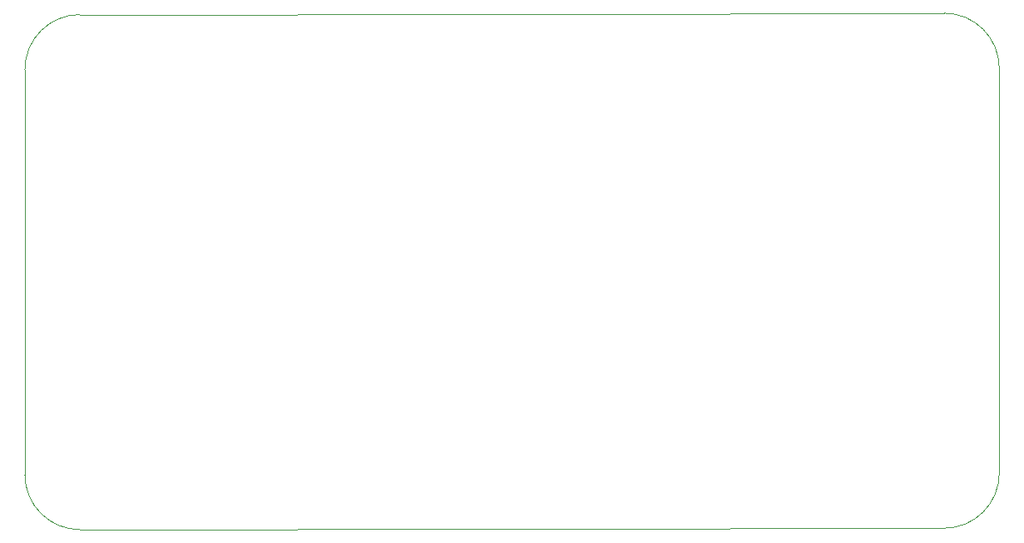
<source format=gbr>
%TF.GenerationSoftware,KiCad,Pcbnew,(6.0.9)*%
%TF.CreationDate,2023-01-10T21:20:11-08:00*%
%TF.ProjectId,RPCM1 IO Board,5250434d-3120-4494-9f20-426f6172642e,1*%
%TF.SameCoordinates,Original*%
%TF.FileFunction,Profile,NP*%
%FSLAX46Y46*%
G04 Gerber Fmt 4.6, Leading zero omitted, Abs format (unit mm)*
G04 Created by KiCad (PCBNEW (6.0.9)) date 2023-01-10 21:20:11*
%MOMM*%
%LPD*%
G01*
G04 APERTURE LIST*
%TA.AperFunction,Profile*%
%ADD10C,0.100000*%
%TD*%
G04 APERTURE END LIST*
D10*
X143510000Y-89012700D02*
G75*
G03*
X149098000Y-83424687I0J5588000D01*
G01*
X49925313Y-42305313D02*
X49925313Y-83566000D01*
X55513313Y-36717313D02*
G75*
G03*
X49925313Y-42305313I-13J-5587987D01*
G01*
X55513313Y-89154000D02*
X143510000Y-89012687D01*
X49925300Y-83566000D02*
G75*
G03*
X55513313Y-89154000I5588000J0D01*
G01*
X149098000Y-42164000D02*
G75*
G03*
X143510000Y-36576000I-5588000J0D01*
G01*
X55513313Y-36717313D02*
X143510000Y-36576000D01*
X149098000Y-42164000D02*
X149098000Y-83424687D01*
M02*

</source>
